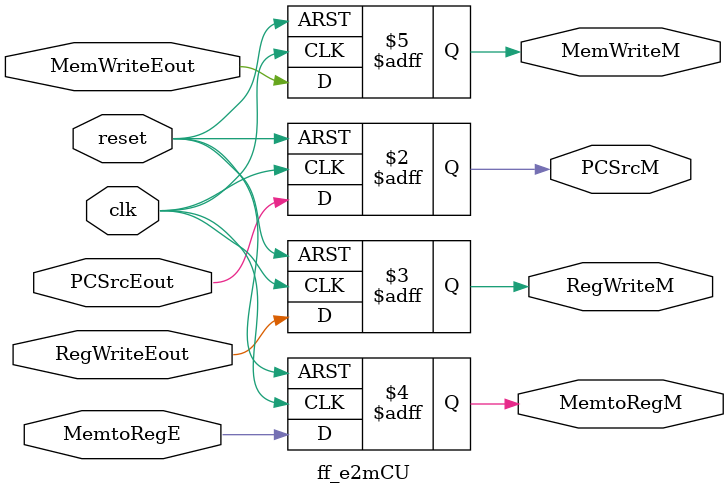
<source format=sv>
module ff_e2mCU (input logic clk, reset, 
                 input logic PCSrcEout, RegWriteEout, MemtoRegE, MemWriteEout,
                 output logic PCSrcM, RegWriteM, MemtoRegM, MemWriteM);
    
    always_ff @(posedge clk, posedge reset) begin
        if (reset) begin
            PCSrcM <= 0;
            RegWriteM <= 0;
            MemtoRegM <= 0;
            MemWriteM <= 0;
        end
        else begin
            PCSrcM <= PCSrcEout;
            RegWriteM <= RegWriteEout;
            MemtoRegM <= MemtoRegE;
            MemWriteM <= MemWriteEout;
        end
    end

endmodule
</source>
